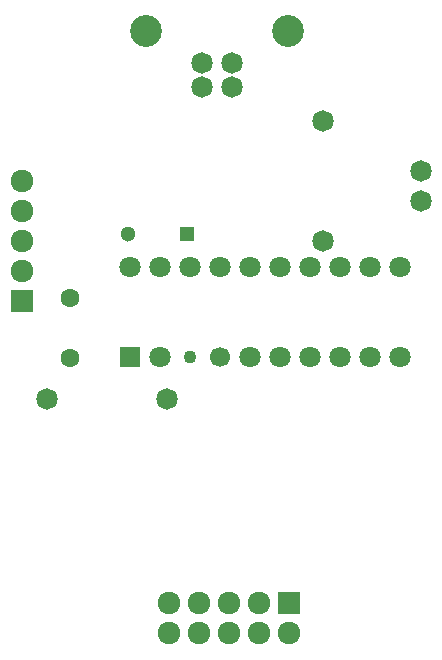
<source format=gtl>
G04 #@! TF.FileFunction,Copper,L1,Top,Signal*
%FSLAX46Y46*%
G04 Gerber Fmt 4.6, Leading zero omitted, Abs format (unit mm)*
G04 Created by KiCad (PCBNEW 4.0.2-stable) date 2017 October 08, Sunday 16:17:03*
%MOMM*%
G01*
G04 APERTURE LIST*
%ADD10C,0.150000*%
%ADD11R,1.300000X1.300000*%
%ADD12C,1.300000*%
%ADD13R,1.824000X1.824000*%
%ADD14C,1.924000*%
%ADD15C,1.824000*%
%ADD16C,2.700020*%
%ADD17R,1.797000X1.797000*%
%ADD18C,1.797000*%
%ADD19C,1.097000*%
%ADD20C,1.697000*%
%ADD21C,1.597000*%
G04 APERTURE END LIST*
D10*
D11*
X49530000Y-48895000D03*
D12*
X44530000Y-48895000D03*
D13*
X58166000Y-80137000D03*
D14*
X58166000Y-82677000D03*
X55626000Y-80137000D03*
X55626000Y-82677000D03*
X53086000Y-80137000D03*
X53086000Y-82677000D03*
X50546000Y-80137000D03*
X50546000Y-82677000D03*
X48006000Y-80137000D03*
X48006000Y-82677000D03*
D15*
X50800000Y-36449000D03*
X53340000Y-36449000D03*
X53340000Y-34450020D03*
X50800000Y-34450020D03*
D16*
X46070520Y-31750000D03*
X58069480Y-31750000D03*
D17*
X44704000Y-59309000D03*
D18*
X47244000Y-59309000D03*
D19*
X49784000Y-59309000D03*
D20*
X52324000Y-59309000D03*
D18*
X54864000Y-59309000D03*
X57404000Y-59309000D03*
X59944000Y-59309000D03*
X62484000Y-59309000D03*
X65024000Y-59309000D03*
X67564000Y-59309000D03*
X67564000Y-51689000D03*
X65024000Y-51689000D03*
X62484000Y-51689000D03*
X59944000Y-51689000D03*
X57404000Y-51689000D03*
X54864000Y-51689000D03*
X52324000Y-51689000D03*
X49784000Y-51689000D03*
X47244000Y-51689000D03*
X44704000Y-51689000D03*
D15*
X69342000Y-43561000D03*
X69342000Y-46101000D03*
D13*
X35560000Y-54610000D03*
D14*
X35560000Y-52070000D03*
X35560000Y-49530000D03*
X35560000Y-46990000D03*
X35560000Y-44450000D03*
D15*
X37719000Y-62865000D03*
X47879000Y-62865000D03*
X61087000Y-49530000D03*
X61087000Y-39370000D03*
D21*
X39624000Y-59436000D03*
X39624000Y-54356000D03*
M02*

</source>
